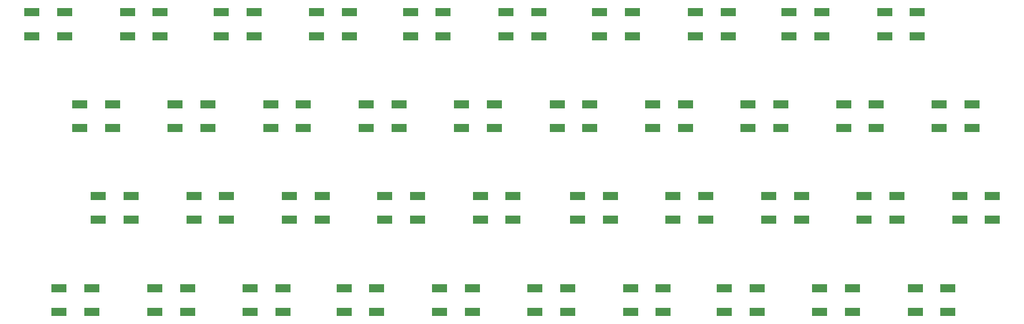
<source format=gbr>
G04 GENERATED BY PULSONIX 12.5 GERBER.DLL 9449*
G04 #@! TF.GenerationSoftware,Pulsonix,Pulsonix,12.5.9449*
G04 #@! TF.CreationDate,2024-10-25T19:44:35--1:00*
G04 #@! TF.Part,Single*
%FSLAX35Y35*%
%LPD*%
%MOMM*%
G04 #@! TF.FileFunction,Paste,Top*
G04 #@! TF.FilePolarity,Positive*
G04 #@! TA.AperFunction,SMDPad,CuDef*
%ADD100R,2.20000X1.30000*%
G04 #@! TD.AperFunction*
X0Y0D02*
D02*
D100*
X1635000Y5550000D03*
Y5900000D03*
X2035000Y1500000D03*
Y1850000D03*
X2115000Y5550000D03*
Y5900000D03*
X2335000Y4200000D03*
Y4550000D03*
X2515000Y1500000D03*
Y1850000D03*
X2610000Y2850000D03*
Y3200000D03*
X2815000Y4200000D03*
Y4550000D03*
X3035000Y5550000D03*
Y5900000D03*
X3090000Y2850000D03*
Y3200000D03*
X3435000Y1500000D03*
Y1850000D03*
X3515000Y5550000D03*
Y5900000D03*
X3735000Y4200000D03*
Y4550000D03*
X3915000Y1500000D03*
Y1850000D03*
X4010000Y2850000D03*
Y3200000D03*
X4215000Y4200000D03*
Y4550000D03*
X4410000Y5550000D03*
Y5900000D03*
X4490000Y2850000D03*
Y3200000D03*
X4835000Y1500000D03*
Y1850000D03*
X4890000Y5550000D03*
Y5900000D03*
X5135000Y4200000D03*
Y4550000D03*
X5315000Y1500000D03*
Y1850000D03*
X5410000Y2850000D03*
Y3200000D03*
X5615000Y4200000D03*
Y4550000D03*
X5810000Y5550000D03*
Y5900000D03*
X5890000Y2850000D03*
Y3200000D03*
X6210000Y1500000D03*
Y1850000D03*
X6290000Y5550000D03*
Y5900000D03*
X6535000Y4200000D03*
Y4550000D03*
X6690000Y1500000D03*
Y1850000D03*
X6810000Y2850000D03*
Y3200000D03*
X7015000Y4200000D03*
Y4550000D03*
X7185000Y5550000D03*
Y5900000D03*
X7290000Y2850000D03*
Y3200000D03*
X7610000Y1500000D03*
Y1850000D03*
X7665000Y5550000D03*
Y5900000D03*
X7935000Y4200000D03*
Y4550000D03*
X8090000Y1500000D03*
Y1850000D03*
X8210000Y2850000D03*
Y3200000D03*
X8415000Y4200000D03*
Y4550000D03*
X8585000Y5550000D03*
Y5900000D03*
X8690000Y2850000D03*
Y3200000D03*
X9010000Y1500000D03*
Y1850000D03*
X9065000Y5550000D03*
Y5900000D03*
X9335000Y4200000D03*
Y4550000D03*
X9490000Y1500000D03*
Y1850000D03*
X9635000Y2850000D03*
Y3200000D03*
X9815000Y4200000D03*
Y4550000D03*
X9960000Y5550000D03*
Y5900000D03*
X10115000Y2850000D03*
Y3200000D03*
X10410000Y1500000D03*
Y1850000D03*
X10440000Y5550000D03*
Y5900000D03*
X10735000Y4200000D03*
Y4550000D03*
X10890000Y1500000D03*
Y1850000D03*
X11035000Y2850000D03*
Y3200000D03*
X11215000Y4200000D03*
Y4550000D03*
X11360000Y5550000D03*
Y5900000D03*
X11515000Y2850000D03*
Y3200000D03*
X11785000Y1500000D03*
Y1850000D03*
X11840000Y5550000D03*
Y5900000D03*
X12135000Y4200000D03*
Y4550000D03*
X12265000Y1500000D03*
Y1850000D03*
X12435000Y2850000D03*
Y3200000D03*
X12615000Y4200000D03*
Y4550000D03*
X12735000Y5550000D03*
Y5900000D03*
X12915000Y2850000D03*
Y3200000D03*
X13185000Y1500000D03*
Y1850000D03*
X13215000Y5550000D03*
Y5900000D03*
X13535000Y4200000D03*
Y4550000D03*
X13665000Y1500000D03*
Y1850000D03*
X13835000Y2850000D03*
Y3200000D03*
X14015000Y4200000D03*
Y4550000D03*
X14135000Y5550000D03*
Y5900000D03*
X14315000Y2850000D03*
Y3200000D03*
X14585000Y1500000D03*
Y1850000D03*
X14615000Y5550000D03*
Y5900000D03*
X14935000Y4200000D03*
Y4550000D03*
X15065000Y1500000D03*
Y1850000D03*
X15235000Y2850000D03*
Y3200000D03*
X15415000Y4200000D03*
Y4550000D03*
X15715000Y2850000D03*
Y3200000D03*
X0Y0D02*
M02*

</source>
